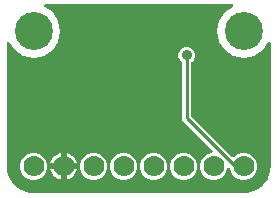
<source format=gbr>
G04 EAGLE Gerber RS-274X export*
G75*
%MOMM*%
%FSLAX34Y34*%
%LPD*%
%INBottom Copper*%
%IPPOS*%
%AMOC8*
5,1,8,0,0,1.08239X$1,22.5*%
G01*
%ADD10C,1.778000*%
%ADD11C,3.216000*%
%ADD12C,0.906400*%
%ADD13C,0.254000*%

G36*
X203222Y2543D02*
X203222Y2543D01*
X203300Y2545D01*
X206677Y2810D01*
X206745Y2824D01*
X206814Y2829D01*
X206970Y2869D01*
X213394Y4956D01*
X213501Y5006D01*
X213612Y5050D01*
X213663Y5083D01*
X213682Y5091D01*
X213697Y5104D01*
X213748Y5136D01*
X219212Y9107D01*
X219299Y9188D01*
X219346Y9227D01*
X219352Y9231D01*
X219353Y9232D01*
X219391Y9264D01*
X219429Y9310D01*
X219444Y9324D01*
X219455Y9342D01*
X219493Y9388D01*
X223464Y14852D01*
X223521Y14956D01*
X223585Y15056D01*
X223607Y15113D01*
X223617Y15131D01*
X223622Y15151D01*
X223644Y15206D01*
X225731Y21630D01*
X225744Y21698D01*
X225767Y21764D01*
X225790Y21923D01*
X226055Y25300D01*
X226055Y25304D01*
X226056Y25307D01*
X226055Y25326D01*
X226059Y25400D01*
X226059Y129696D01*
X226046Y129800D01*
X226042Y129904D01*
X226026Y129957D01*
X226019Y130011D01*
X225981Y130108D01*
X225951Y130209D01*
X225923Y130256D01*
X225902Y130307D01*
X225841Y130392D01*
X225787Y130481D01*
X225748Y130520D01*
X225716Y130565D01*
X225635Y130631D01*
X225561Y130704D01*
X225513Y130732D01*
X225471Y130767D01*
X225376Y130812D01*
X225286Y130864D01*
X225233Y130879D01*
X225183Y130903D01*
X225080Y130922D01*
X224980Y130951D01*
X224925Y130952D01*
X224871Y130963D01*
X224766Y130956D01*
X224662Y130959D01*
X224608Y130946D01*
X224553Y130943D01*
X224454Y130911D01*
X224352Y130887D01*
X224303Y130862D01*
X224251Y130845D01*
X224162Y130789D01*
X224070Y130741D01*
X224028Y130704D01*
X223982Y130675D01*
X223910Y130599D01*
X223832Y130529D01*
X223779Y130459D01*
X223764Y130443D01*
X223757Y130430D01*
X223735Y130401D01*
X219234Y123666D01*
X211878Y118750D01*
X203200Y117024D01*
X194522Y118750D01*
X187166Y123666D01*
X182250Y131022D01*
X180524Y139700D01*
X182250Y148378D01*
X187166Y155734D01*
X193901Y160235D01*
X193980Y160303D01*
X194065Y160364D01*
X194100Y160407D01*
X194141Y160443D01*
X194201Y160529D01*
X194267Y160609D01*
X194291Y160659D01*
X194322Y160705D01*
X194358Y160803D01*
X194403Y160897D01*
X194413Y160951D01*
X194432Y161003D01*
X194443Y161107D01*
X194463Y161210D01*
X194459Y161265D01*
X194465Y161319D01*
X194449Y161423D01*
X194443Y161527D01*
X194426Y161579D01*
X194418Y161634D01*
X194377Y161730D01*
X194345Y161829D01*
X194315Y161876D01*
X194294Y161927D01*
X194231Y162010D01*
X194175Y162098D01*
X194135Y162136D01*
X194101Y162180D01*
X194019Y162245D01*
X193943Y162316D01*
X193895Y162343D01*
X193852Y162377D01*
X193756Y162419D01*
X193665Y162470D01*
X193611Y162483D01*
X193561Y162506D01*
X193458Y162523D01*
X193357Y162549D01*
X193269Y162555D01*
X193247Y162558D01*
X193232Y162557D01*
X193196Y162559D01*
X35404Y162559D01*
X35300Y162546D01*
X35196Y162542D01*
X35143Y162526D01*
X35089Y162519D01*
X34992Y162481D01*
X34891Y162451D01*
X34844Y162423D01*
X34793Y162402D01*
X34708Y162341D01*
X34619Y162287D01*
X34580Y162248D01*
X34535Y162216D01*
X34469Y162135D01*
X34396Y162061D01*
X34368Y162013D01*
X34333Y161971D01*
X34288Y161876D01*
X34236Y161786D01*
X34221Y161733D01*
X34197Y161683D01*
X34178Y161580D01*
X34149Y161480D01*
X34148Y161425D01*
X34137Y161371D01*
X34144Y161266D01*
X34141Y161162D01*
X34154Y161108D01*
X34157Y161053D01*
X34189Y160954D01*
X34213Y160852D01*
X34238Y160803D01*
X34255Y160751D01*
X34311Y160662D01*
X34359Y160570D01*
X34396Y160528D01*
X34425Y160482D01*
X34501Y160410D01*
X34571Y160332D01*
X34641Y160279D01*
X34657Y160264D01*
X34670Y160257D01*
X34699Y160235D01*
X41434Y155734D01*
X46350Y148378D01*
X48076Y139700D01*
X46350Y131022D01*
X41434Y123666D01*
X34078Y118750D01*
X25400Y117024D01*
X16722Y118750D01*
X9366Y123666D01*
X4865Y130401D01*
X4797Y130480D01*
X4736Y130565D01*
X4693Y130600D01*
X4657Y130641D01*
X4571Y130701D01*
X4491Y130767D01*
X4441Y130791D01*
X4395Y130822D01*
X4297Y130858D01*
X4203Y130903D01*
X4149Y130913D01*
X4097Y130932D01*
X3993Y130943D01*
X3890Y130963D01*
X3835Y130959D01*
X3781Y130965D01*
X3677Y130949D01*
X3573Y130943D01*
X3521Y130926D01*
X3466Y130918D01*
X3370Y130877D01*
X3271Y130845D01*
X3224Y130815D01*
X3173Y130794D01*
X3090Y130731D01*
X3002Y130675D01*
X2964Y130635D01*
X2920Y130601D01*
X2855Y130519D01*
X2784Y130443D01*
X2757Y130395D01*
X2723Y130352D01*
X2681Y130256D01*
X2630Y130165D01*
X2617Y130111D01*
X2594Y130061D01*
X2577Y129958D01*
X2551Y129857D01*
X2545Y129769D01*
X2542Y129747D01*
X2543Y129732D01*
X2541Y129696D01*
X2541Y25400D01*
X2543Y25378D01*
X2545Y25300D01*
X2810Y21923D01*
X2824Y21855D01*
X2829Y21786D01*
X2869Y21630D01*
X4956Y15206D01*
X5006Y15099D01*
X5050Y14988D01*
X5083Y14937D01*
X5091Y14918D01*
X5104Y14903D01*
X5136Y14852D01*
X9107Y9388D01*
X9127Y9366D01*
X9138Y9348D01*
X9184Y9305D01*
X9188Y9301D01*
X9264Y9209D01*
X9310Y9171D01*
X9324Y9156D01*
X9342Y9145D01*
X9388Y9107D01*
X14596Y5322D01*
X14852Y5136D01*
X14956Y5079D01*
X15056Y5015D01*
X15113Y4993D01*
X15131Y4983D01*
X15151Y4978D01*
X15206Y4956D01*
X21630Y2869D01*
X21698Y2856D01*
X21764Y2833D01*
X21923Y2810D01*
X25300Y2545D01*
X25322Y2546D01*
X25400Y2541D01*
X203200Y2541D01*
X203222Y2543D01*
G37*
%LPC*%
G36*
X175526Y13969D02*
X175526Y13969D01*
X171325Y15709D01*
X168109Y18925D01*
X166369Y23126D01*
X166369Y27674D01*
X168109Y31875D01*
X171325Y35091D01*
X175526Y36831D01*
X175696Y36831D01*
X175833Y36848D01*
X175972Y36861D01*
X175991Y36868D01*
X176011Y36871D01*
X176140Y36922D01*
X176271Y36969D01*
X176288Y36980D01*
X176307Y36988D01*
X176419Y37069D01*
X176535Y37147D01*
X176548Y37163D01*
X176564Y37174D01*
X176653Y37282D01*
X176745Y37386D01*
X176754Y37404D01*
X176767Y37419D01*
X176826Y37545D01*
X176890Y37669D01*
X176894Y37689D01*
X176903Y37707D01*
X176929Y37843D01*
X176959Y37979D01*
X176959Y38000D01*
X176963Y38019D01*
X176954Y38158D01*
X176950Y38297D01*
X176944Y38317D01*
X176943Y38337D01*
X176900Y38469D01*
X176861Y38603D01*
X176851Y38620D01*
X176845Y38639D01*
X176770Y38757D01*
X176700Y38877D01*
X176681Y38898D01*
X176675Y38908D01*
X176660Y38922D01*
X176593Y38997D01*
X151129Y64462D01*
X151129Y112663D01*
X151117Y112761D01*
X151114Y112860D01*
X151097Y112918D01*
X151089Y112978D01*
X151053Y113070D01*
X151025Y113165D01*
X150995Y113218D01*
X150972Y113274D01*
X150914Y113354D01*
X150864Y113439D01*
X150798Y113515D01*
X150786Y113531D01*
X150776Y113539D01*
X150758Y113560D01*
X148944Y115374D01*
X147867Y117973D01*
X147867Y120787D01*
X148944Y123386D01*
X150934Y125376D01*
X153533Y126453D01*
X156347Y126453D01*
X158946Y125376D01*
X160936Y123386D01*
X162013Y120787D01*
X162013Y117973D01*
X160936Y115374D01*
X159122Y113560D01*
X159062Y113482D01*
X158994Y113410D01*
X158965Y113357D01*
X158928Y113309D01*
X158888Y113218D01*
X158840Y113131D01*
X158825Y113073D01*
X158801Y113017D01*
X158786Y112919D01*
X158761Y112823D01*
X158755Y112723D01*
X158751Y112703D01*
X158753Y112691D01*
X158751Y112663D01*
X158751Y68144D01*
X158763Y68046D01*
X158766Y67947D01*
X158783Y67889D01*
X158791Y67829D01*
X158827Y67737D01*
X158855Y67641D01*
X158885Y67589D01*
X158908Y67533D01*
X158966Y67453D01*
X159016Y67368D01*
X159082Y67292D01*
X159094Y67276D01*
X159104Y67268D01*
X159122Y67247D01*
X193104Y33265D01*
X193199Y33192D01*
X193288Y33113D01*
X193324Y33095D01*
X193356Y33070D01*
X193465Y33023D01*
X193571Y32968D01*
X193610Y32960D01*
X193647Y32944D01*
X193765Y32925D01*
X193881Y32899D01*
X193922Y32900D01*
X193962Y32894D01*
X194080Y32905D01*
X194199Y32908D01*
X194238Y32920D01*
X194278Y32924D01*
X194390Y32964D01*
X194505Y32997D01*
X194539Y33017D01*
X194577Y33031D01*
X194676Y33098D01*
X194779Y33158D01*
X194824Y33198D01*
X194841Y33210D01*
X194854Y33225D01*
X194899Y33265D01*
X196725Y35091D01*
X200926Y36831D01*
X205474Y36831D01*
X209675Y35091D01*
X212891Y31875D01*
X214631Y27674D01*
X214631Y23126D01*
X212891Y18925D01*
X209675Y15709D01*
X205474Y13969D01*
X200926Y13969D01*
X196725Y15709D01*
X193509Y18925D01*
X191769Y23126D01*
X191769Y23296D01*
X191762Y23350D01*
X191765Y23404D01*
X191743Y23507D01*
X191729Y23611D01*
X191709Y23662D01*
X191698Y23715D01*
X191635Y23863D01*
X191621Y23884D01*
X191612Y23907D01*
X191533Y24016D01*
X191458Y24128D01*
X191440Y24144D01*
X191426Y24164D01*
X191322Y24250D01*
X191222Y24340D01*
X191200Y24351D01*
X191181Y24367D01*
X191059Y24424D01*
X190939Y24487D01*
X190915Y24492D01*
X190893Y24503D01*
X190761Y24528D01*
X190630Y24558D01*
X190605Y24558D01*
X190580Y24563D01*
X190446Y24554D01*
X190312Y24551D01*
X190288Y24544D01*
X190263Y24543D01*
X190135Y24501D01*
X190006Y24465D01*
X189984Y24452D01*
X189961Y24445D01*
X189847Y24373D01*
X189730Y24305D01*
X189713Y24288D01*
X189692Y24275D01*
X189600Y24177D01*
X189504Y24082D01*
X189491Y24061D01*
X189474Y24043D01*
X189409Y23925D01*
X189339Y23810D01*
X189332Y23786D01*
X189320Y23764D01*
X189287Y23634D01*
X189248Y23505D01*
X189247Y23481D01*
X189241Y23457D01*
X189231Y23296D01*
X189231Y23126D01*
X187491Y18925D01*
X184275Y15709D01*
X180074Y13969D01*
X175526Y13969D01*
G37*
%LPD*%
%LPC*%
G36*
X150126Y13969D02*
X150126Y13969D01*
X145925Y15709D01*
X142709Y18925D01*
X140969Y23126D01*
X140969Y27674D01*
X142709Y31875D01*
X145925Y35091D01*
X150126Y36831D01*
X154674Y36831D01*
X158875Y35091D01*
X162091Y31875D01*
X163831Y27674D01*
X163831Y23126D01*
X162091Y18925D01*
X158875Y15709D01*
X154674Y13969D01*
X150126Y13969D01*
G37*
%LPD*%
%LPC*%
G36*
X124726Y13969D02*
X124726Y13969D01*
X120525Y15709D01*
X117309Y18925D01*
X115569Y23126D01*
X115569Y27674D01*
X117309Y31875D01*
X120525Y35091D01*
X124726Y36831D01*
X129274Y36831D01*
X133475Y35091D01*
X136691Y31875D01*
X138431Y27674D01*
X138431Y23126D01*
X136691Y18925D01*
X133475Y15709D01*
X129274Y13969D01*
X124726Y13969D01*
G37*
%LPD*%
%LPC*%
G36*
X99326Y13969D02*
X99326Y13969D01*
X95125Y15709D01*
X91909Y18925D01*
X90169Y23126D01*
X90169Y27674D01*
X91909Y31875D01*
X95125Y35091D01*
X99326Y36831D01*
X103874Y36831D01*
X108075Y35091D01*
X111291Y31875D01*
X113031Y27674D01*
X113031Y23126D01*
X111291Y18925D01*
X108075Y15709D01*
X103874Y13969D01*
X99326Y13969D01*
G37*
%LPD*%
%LPC*%
G36*
X73926Y13969D02*
X73926Y13969D01*
X69725Y15709D01*
X66509Y18925D01*
X64769Y23126D01*
X64769Y27674D01*
X66509Y31875D01*
X69725Y35091D01*
X73926Y36831D01*
X78474Y36831D01*
X82675Y35091D01*
X85891Y31875D01*
X87631Y27674D01*
X87631Y23126D01*
X85891Y18925D01*
X82675Y15709D01*
X78474Y13969D01*
X73926Y13969D01*
G37*
%LPD*%
%LPC*%
G36*
X23126Y13969D02*
X23126Y13969D01*
X18925Y15709D01*
X15709Y18925D01*
X13969Y23126D01*
X13969Y27674D01*
X15709Y31875D01*
X18925Y35091D01*
X23126Y36831D01*
X27674Y36831D01*
X31875Y35091D01*
X35091Y31875D01*
X36831Y27674D01*
X36831Y23126D01*
X35091Y18925D01*
X31875Y15709D01*
X27674Y13969D01*
X23126Y13969D01*
G37*
%LPD*%
%LPC*%
G36*
X53299Y27899D02*
X53299Y27899D01*
X53299Y36577D01*
X53477Y36549D01*
X55188Y35993D01*
X56791Y35177D01*
X58247Y34119D01*
X59519Y32847D01*
X60577Y31391D01*
X61393Y29788D01*
X61949Y28077D01*
X61977Y27899D01*
X53299Y27899D01*
G37*
%LPD*%
%LPC*%
G36*
X39623Y27899D02*
X39623Y27899D01*
X39651Y28077D01*
X40207Y29788D01*
X41023Y31391D01*
X42081Y32847D01*
X43353Y34119D01*
X44809Y35177D01*
X46412Y35993D01*
X48123Y36549D01*
X48301Y36577D01*
X48301Y27899D01*
X39623Y27899D01*
G37*
%LPD*%
%LPC*%
G36*
X53299Y22901D02*
X53299Y22901D01*
X61977Y22901D01*
X61949Y22723D01*
X61393Y21012D01*
X60577Y19409D01*
X59519Y17953D01*
X58247Y16681D01*
X56791Y15623D01*
X55188Y14807D01*
X53477Y14251D01*
X53299Y14223D01*
X53299Y22901D01*
G37*
%LPD*%
%LPC*%
G36*
X48123Y14251D02*
X48123Y14251D01*
X46412Y14807D01*
X44809Y15623D01*
X43353Y16681D01*
X42081Y17953D01*
X41023Y19409D01*
X40207Y21012D01*
X39651Y22723D01*
X39623Y22901D01*
X48301Y22901D01*
X48301Y14223D01*
X48123Y14251D01*
G37*
%LPD*%
D10*
X25400Y25400D03*
X50800Y25400D03*
X76200Y25400D03*
X101600Y25400D03*
X127000Y25400D03*
X152400Y25400D03*
X177800Y25400D03*
X203200Y25400D03*
D11*
X25400Y139700D03*
X203200Y139700D03*
D12*
X154940Y119380D03*
D13*
X154940Y66040D01*
X195580Y25400D02*
X203200Y25400D01*
X195580Y25400D02*
X154940Y66040D01*
D12*
X96520Y93980D03*
M02*

</source>
